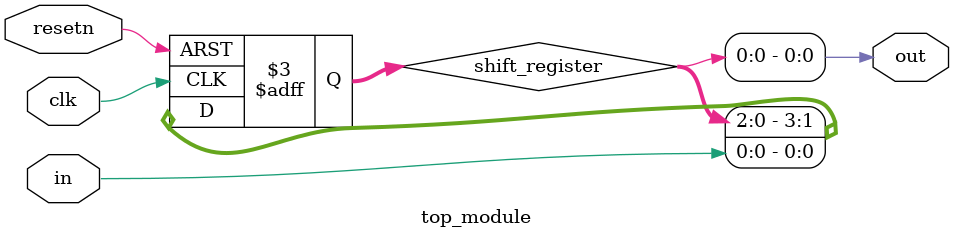
<source format=sv>
module top_module (
  input clk,
  input resetn,
  input in,
  output out
);

  reg [3:0] shift_register;
  wire [3:0] shifted_out;

  always @(posedge clk or negedge resetn) begin
    if (!resetn)
      shift_register <= 4'b0;
    else
      shift_register <= {shift_register[2:0], in};
  end

  assign out = shift_register[0];

endmodule

</source>
